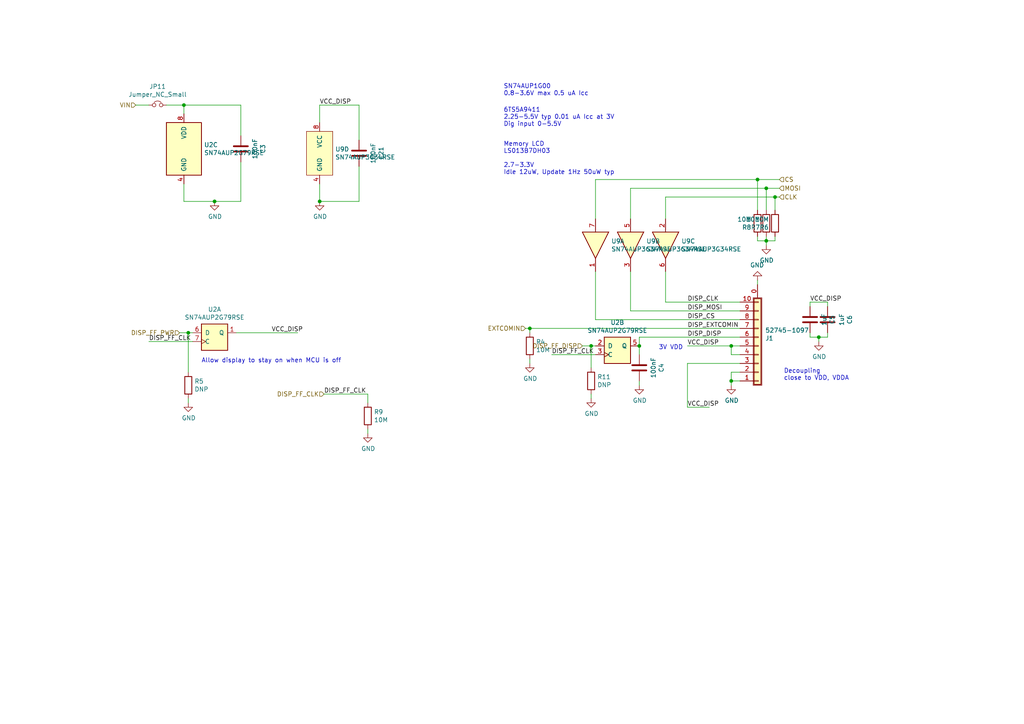
<source format=kicad_sch>
(kicad_sch (version 20211123) (generator eeschema)
  (paper "A4")
  (title_block (title "Display") (date "2021-07-12") (rev "2.0") (company "TU Delft"))
  (lib_symbols
    (symbol "Device:C" (pin_numbers hide) (pin_names (offset 0.254))
      (property "Reference" "C" (at 0.635 2.54 0))
      (property "Value" "C" (at 0.635 -2.54 0))
      (symbol "C_0_1"
        (polyline (pts (xy -2.032 -0.762) (xy 2.032 -0.762)) (stroke (width 0.508)))
        (polyline (pts (xy -2.032 0.762) (xy 2.032 0.762)) (stroke (width 0.508)))
      )
      (symbol "C_1_1"
        (pin passive line (at 0 3.81 270) (length 2.794) (name "~") (number "1"))
        (pin passive line (at 0 -3.81 90) (length 2.794) (name "~") (number "2"))
      )
    )
    (symbol "Device:R" (pin_numbers hide) (pin_names (offset 0))
      (property "Reference" "R" (at 2.032 0 90))
      (property "Value" "R" (at 0 0 90))
      (symbol "R_0_1"
        (rectangle (start -1.016 -2.54) (end 1.016 2.54) (stroke (width 0.254)))
      )
      (symbol "R_1_1"
        (pin passive line (at 0 3.81 270) (length 1.27) (name "~") (number "1"))
        (pin passive line (at 0 -3.81 90) (length 1.27) (name "~") (number "2"))
      )
    )
    (symbol "int-bluetooth-rescue:Jumper_NC_Small-Device" (pin_numbers hide) (pin_names (offset 0.762) hide)
      (property "Reference" "JP" (at 0 2.032 0))
      (property "Value" "Jumper_NC_Small-Device" (at 0.254 -1.524 0))
      (symbol "Jumper_NC_Small-Device_0_1"
        (circle (center -1.016 0) (radius 0.508))
        (circle (center 1.016 0) (radius 0.508))
        (arc (start 1.016 0.762) (mid 0 1.1828) (end -1.016 0.762))
        (pin passive line (at -2.54 0 0) (length 1.016) (name "1") (number "1"))
        (pin passive line (at 2.54 0 180) (length 1.016) (name "2") (number "2"))
      )
    )
    (symbol "jaspers_lib:52745-1097" (pin_names (offset 1.016) hide)
      (property "Reference" "J" (at 0.254 12.446 0))
      (property "Value" "52745-1097" (at 1.016 -14.986 0))
      (symbol "52745-1097_1_1"
        (rectangle (start -1.27 11.43) (end 1.27 -13.97) (stroke (width 0.1524)))
        (rectangle (start -1.016 -12.573) (end 0.254 -12.827) (stroke (width 0.1524)))
        (rectangle (start -1.016 -10.033) (end 0.254 -10.287) (stroke (width 0.1524)))
        (rectangle (start -1.016 -7.493) (end 0.254 -7.747) (stroke (width 0.1524)))
        (rectangle (start -1.016 -4.953) (end 0.254 -5.207) (stroke (width 0.1524)))
        (rectangle (start -1.016 -2.413) (end 0.254 -2.667) (stroke (width 0.1524)))
        (rectangle (start -1.016 0.127) (end 0.254 -0.127) (stroke (width 0.1524)))
        (rectangle (start -1.016 2.667) (end 0.254 2.413) (stroke (width 0.1524)))
        (rectangle (start -1.016 5.207) (end 0.254 4.953) (stroke (width 0.1524)))
        (rectangle (start -1.016 7.747) (end 0.254 7.493) (stroke (width 0.1524)))
        (rectangle (start -1.016 10.287) (end 0.254 10.033) (stroke (width 0.1524)))
        (rectangle (start -1.016 11.176) (end 1.016 -13.716) (stroke (width 0.254)) (fill (type background)))
        (pin passive line (at 0 -17.78 90) (length 3.81) (name "Shield") (number "0"))
        (pin passive line (at -5.08 10.16 0) (length 4.064) (name "Pin_1") (number "1"))
        (pin passive line (at -5.08 -12.7 0) (length 4.064) (name "Pin_10") (number "10"))
        (pin passive line (at -5.08 7.62 0) (length 4.064) (name "Pin_2") (number "2"))
        (pin passive line (at -5.08 5.08 0) (length 4.064) (name "Pin_3") (number "3"))
        (pin passive line (at -5.08 2.54 0) (length 4.064) (name "Pin_4") (number "4"))
        (pin passive line (at -5.08 0 0) (length 4.064) (name "Pin_5") (number "5"))
        (pin passive line (at -5.08 -2.54 0) (length 4.064) (name "Pin_6") (number "6"))
        (pin passive line (at -5.08 -5.08 0) (length 4.064) (name "Pin_7") (number "7"))
        (pin passive line (at -5.08 -7.62 0) (length 4.064) (name "Pin_8") (number "8"))
        (pin passive line (at -5.08 -10.16 0) (length 4.064) (name "Pin_9") (number "9"))
      )
    )
    (symbol "jaspers_lib:SN74AUP2G79RSE" (pin_names (offset 1.016))
      (property "Reference" "U" (at -7.62 8.89 0))
      (property "Value" "SN74AUP2G79RSE" (at -11.43 -8.89 0))
      (symbol "SN74AUP2G79RSE_1_1"
        (rectangle (start -3.81 5.08) (end 3.81 -2.54) (stroke (width 0.254)) (fill (type background)))
        (pin output line (at 6.35 2.54 180) (length 2.54) (name "Q") (number "1"))
        (pin input line (at -6.35 2.54 0) (length 2.54) (name "D") (number "6"))
        (pin input clock (at -6.35 0 0) (length 2.54) (name "C") (number "7"))
      )
      (symbol "SN74AUP2G79RSE_2_1"
        (rectangle (start -3.81 5.08) (end 3.81 -2.54) (stroke (width 0.254)) (fill (type background)))
        (pin input line (at -6.35 2.54 0) (length 2.54) (name "D") (number "2"))
        (pin input clock (at -6.35 0 0) (length 2.54) (name "C") (number "3"))
        (pin output line (at 6.35 2.54 180) (length 2.54) (name "Q") (number "5"))
      )
      (symbol "SN74AUP2G79RSE_3_0"
        (pin power_in line (at 0 -10.16 90) (length 2.54) (name "GND") (number "4"))
        (pin power_in line (at 0 10.16 270) (length 2.54) (name "VDD") (number "8"))
      )
      (symbol "SN74AUP2G79RSE_3_1"
        (rectangle (start -5.08 7.62) (end 5.08 -7.62) (stroke (width 0.254)) (fill (type background)))
      )
    )
    (symbol "jaspers_lib:SN74AUP3G34RSE" (pin_names (offset 1.016))
      (property "Reference" "U" (at -6.35 7.62 0))
      (property "Value" "SN74AUP3G34RSE" (at 11.43 -7.62 0))
      (symbol "SN74AUP3G34RSE_1_0"
        (polyline (pts (xy -3.81 3.81) (xy -3.81 -3.81) (xy 3.81 0) (xy -3.81 3.81)) (stroke (width 0.254)) (fill (type background)))
        (pin output line (at 7.62 0 180) (length 3.81) (name "~") (number "1"))
        (pin input line (at -7.62 0 0) (length 3.81) (name "~") (number "7"))
      )
      (symbol "SN74AUP3G34RSE_2_0"
        (polyline (pts (xy -3.81 3.81) (xy -3.81 -3.81) (xy 3.81 0) (xy -3.81 3.81)) (stroke (width 0.254)) (fill (type background)))
        (pin output line (at 7.62 0 180) (length 3.81) (name "~") (number "3"))
        (pin input line (at -7.62 0 0) (length 3.81) (name "~") (number "5"))
      )
      (symbol "SN74AUP3G34RSE_3_1"
        (polyline (pts (xy -3.81 3.81) (xy -3.81 -3.81) (xy 3.81 0) (xy -3.81 3.81)) (stroke (width 0.254)) (fill (type background)))
        (pin input line (at -7.62 0 0) (length 3.81) (name "~") (number "2"))
        (pin output line (at 7.62 0 180) (length 3.81) (name "~") (number "6"))
      )
      (symbol "SN74AUP3G34RSE_4_1"
        (rectangle (start -3.81 6.35) (end 3.81 -6.35) (fill (type background)))
        (pin power_in line (at 0 -8.89 90) (length 2.54) (name "GND") (number "4"))
        (pin power_in line (at 0 8.89 270) (length 2.54) (name "VCC") (number "8"))
      )
    )
    (symbol "power:GND" (power) (pin_names (offset 0))
      (property "Value" "GND" (at 0 -3.81 0))
      (symbol "GND_0_1"
        (polyline (pts (xy 0 0) (xy 0 -1.27) (xy 1.27 -1.27) (xy 0 -2.54) (xy -1.27 -1.27) (xy 0 -1.27)))
      )
      (symbol "GND_1_1"
        (pin power_in line (at 0 0 270) (length 0) hide (name "GND") (number "1"))
      )
    )
  )
  (junction (at 237.49 97.79))
  (junction (at 171.45 100.33))
  (junction (at 212.09 100.33))
  (junction (at 153.67 95.25))
  (junction (at 219.71 52.07))
  (junction (at 224.79 57.15))
  (junction (at 62.23 58.42))
  (junction (at 92.71 58.42))
  (junction (at 185.42 100.33))
  (junction (at 222.25 69.85))
  (junction (at 222.25 54.61))
  (junction (at 53.34 30.48))
  (junction (at 212.09 110.49))
  (junction (at 54.61 96.52))
  (wire (pts (xy 240.03 97.79) (xy 237.49 97.79)))
  (wire (pts (xy 92.71 35.56) (xy 92.71 30.48)))
  (wire (pts (xy 222.25 68.58) (xy 222.25 69.85)))
  (wire (pts (xy 53.34 53.34) (xy 53.34 58.42)))
  (wire (pts (xy 153.67 96.52) (xy 153.67 95.25)))
  (wire (pts (xy 153.67 95.25) (xy 214.63 95.25)))
  (wire (pts (xy 185.42 97.79) (xy 214.63 97.79)))
  (wire (pts (xy 214.63 107.95) (xy 212.09 107.95)))
  (wire (pts (xy 106.68 114.3) (xy 93.98 114.3)))
  (wire (pts (xy 171.45 100.33) (xy 172.72 100.33)))
  (wire (pts (xy 214.63 105.41) (xy 199.39 105.41)))
  (wire (pts (xy 199.39 105.41) (xy 199.39 118.11)))
  (wire (pts (xy 193.04 57.15) (xy 224.79 57.15)))
  (wire (pts (xy 193.04 87.63) (xy 214.63 87.63)))
  (wire (pts (xy 92.71 53.34) (xy 92.71 58.42)))
  (wire (pts (xy 168.91 100.33) (xy 171.45 100.33)))
  (wire (pts (xy 224.79 60.96) (xy 224.79 57.15)))
  (wire (pts (xy 199.39 100.33) (xy 212.09 100.33)))
  (wire (pts (xy 237.49 97.79) (xy 234.95 97.79)))
  (wire (pts (xy 224.79 69.85) (xy 224.79 68.58)))
  (wire (pts (xy 222.25 54.61) (xy 226.06 54.61)))
  (wire (pts (xy 92.71 30.48) (xy 104.14 30.48)))
  (wire (pts (xy 185.42 97.79) (xy 185.42 100.33)))
  (wire (pts (xy 234.95 97.79) (xy 234.95 96.52)))
  (wire (pts (xy 172.72 52.07) (xy 219.71 52.07)))
  (wire (pts (xy 199.39 118.11) (xy 205.74 118.11)))
  (wire (pts (xy 219.71 68.58) (xy 219.71 69.85)))
  (wire (pts (xy 182.88 90.17) (xy 214.63 90.17)))
  (wire (pts (xy 172.72 78.74) (xy 172.72 92.71)))
  (wire (pts (xy 69.85 46.99) (xy 69.85 58.42)))
  (wire (pts (xy 212.09 111.76) (xy 212.09 110.49)))
  (wire (pts (xy 185.42 110.49) (xy 185.42 111.76)))
  (wire (pts (xy 182.88 90.17) (xy 182.88 78.74)))
  (wire (pts (xy 222.25 69.85) (xy 224.79 69.85)))
  (wire (pts (xy 224.79 57.15) (xy 226.06 57.15)))
  (wire (pts (xy 52.07 96.52) (xy 54.61 96.52)))
  (wire (pts (xy 240.03 87.63) (xy 240.03 88.9)))
  (wire (pts (xy 234.95 88.9) (xy 234.95 87.63)))
  (wire (pts (xy 212.09 100.33) (xy 214.63 100.33)))
  (wire (pts (xy 237.49 99.06) (xy 237.49 97.79)))
  (wire (pts (xy 39.37 30.48) (xy 43.18 30.48)))
  (wire (pts (xy 104.14 58.42) (xy 92.71 58.42)))
  (wire (pts (xy 193.04 57.15) (xy 193.04 63.5)))
  (wire (pts (xy 240.03 96.52) (xy 240.03 97.79)))
  (wire (pts (xy 153.67 105.41) (xy 153.67 104.14)))
  (wire (pts (xy 182.88 54.61) (xy 222.25 54.61)))
  (wire (pts (xy 53.34 58.42) (xy 62.23 58.42)))
  (wire (pts (xy 219.71 81.28) (xy 219.71 82.55)))
  (wire (pts (xy 172.72 52.07) (xy 172.72 63.5)))
  (wire (pts (xy 172.72 92.71) (xy 214.63 92.71)))
  (wire (pts (xy 212.09 107.95) (xy 212.09 110.49)))
  (wire (pts (xy 152.4 95.25) (xy 153.67 95.25)))
  (wire (pts (xy 172.72 102.87) (xy 160.02 102.87)))
  (wire (pts (xy 182.88 54.61) (xy 182.88 63.5)))
  (wire (pts (xy 54.61 107.95) (xy 54.61 96.52)))
  (wire (pts (xy 219.71 52.07) (xy 226.06 52.07)))
  (wire (pts (xy 219.71 60.96) (xy 219.71 52.07)))
  (wire (pts (xy 222.25 71.12) (xy 222.25 69.85)))
  (wire (pts (xy 212.09 110.49) (xy 214.63 110.49)))
  (wire (pts (xy 214.63 102.87) (xy 212.09 102.87)))
  (wire (pts (xy 104.14 30.48) (xy 104.14 40.64)))
  (wire (pts (xy 53.34 30.48) (xy 69.85 30.48)))
  (wire (pts (xy 106.68 116.84) (xy 106.68 114.3)))
  (wire (pts (xy 222.25 60.96) (xy 222.25 54.61)))
  (wire (pts (xy 55.88 99.06) (xy 43.18 99.06)))
  (wire (pts (xy 62.23 58.42) (xy 69.85 58.42)))
  (wire (pts (xy 185.42 100.33) (xy 185.42 102.87)))
  (wire (pts (xy 171.45 115.57) (xy 171.45 114.3)))
  (wire (pts (xy 48.26 30.48) (xy 53.34 30.48)))
  (wire (pts (xy 171.45 100.33) (xy 171.45 106.68)))
  (wire (pts (xy 212.09 102.87) (xy 212.09 100.33)))
  (wire (pts (xy 219.71 69.85) (xy 222.25 69.85)))
  (wire (pts (xy 193.04 78.74) (xy 193.04 87.63)))
  (wire (pts (xy 106.68 125.73) (xy 106.68 124.46)))
  (wire (pts (xy 54.61 96.52) (xy 55.88 96.52)))
  (wire (pts (xy 104.14 48.26) (xy 104.14 58.42)))
  (wire (pts (xy 54.61 116.84) (xy 54.61 115.57)))
  (wire (pts (xy 69.85 30.48) (xy 69.85 39.37)))
  (wire (pts (xy 68.58 96.52) (xy 86.36 96.52)))
  (wire (pts (xy 234.95 87.63) (xy 240.03 87.63)))
  (wire (pts (xy 53.34 30.48) (xy 53.34 33.02)))
  (text "Memory LCD\nLS013B7DH03\n\n2.7-3.3V\nIdle 12uW, Update 1Hz 50uW typ" (at 146.05 50.8 0) (effects (font (size 1.27 1.27)) (justify left bottom)))
  (text "SN74AUP1G00\n0.8-3.6V max 0.5 uA Icc" (at 146.05 27.94 0) (effects (font (size 1.27 1.27)) (justify left bottom)))
  (text "Allow display to stay on when MCU is off" (at 58.42 105.41 0) (effects (font (size 1.27 1.27)) (justify left bottom)))
  (text "Decoupling \nclose to VDD, VDDA" (at 227.33 110.49 0) (effects (font (size 1.27 1.27)) (justify left bottom)))
  (text "3V VDD" (at 198.12 101.6 180) (effects (font (size 1.27 1.27)) (justify right bottom)))
  (text "6TS5A9411\n2.25-5.5V typ 0.01 uA Icc at 3V\nDig input 0-5.5V" (at 146.05 36.83 0) (effects (font (size 1.27 1.27)) (justify left bottom)))
  (label "DISP_CLK" (at 199.39 87.63 0))
  (label "DISP_FF_CLK" (at 160.02 102.87 0))
  (label "DISP_CS" (at 199.39 92.71 0))
  (label "VCC_DISP" (at 234.95 87.63 0))
  (label "DISP_FF_CLK" (at 43.18 99.06 0))
  (label "VCC_DISP" (at 92.71 30.48 0))
  (label "DISP_EXTCOMIN" (at 199.39 95.25 0))
  (label "DISP_FF_CLK" (at 93.98 114.3 0))
  (label "DISP_DISP" (at 199.39 97.79 0))
  (label "VCC_DISP" (at 199.39 118.11 0))
  (label "DISP_MOSI" (at 199.39 90.17 0))
  (label "VCC_DISP" (at 199.39 100.33 0))
  (label "VCC_DISP" (at 78.74 96.52 0))
  (hierarchical_label "EXTCOMIN" (shape input) (at 152.4 95.25 180))
  (hierarchical_label "CS" (shape input) (at 226.06 52.07 0))
  (hierarchical_label "MOSI" (shape input) (at 226.06 54.61 0))
  (hierarchical_label "DISP_FF_DISP" (shape input) (at 168.91 100.33 180))
  (hierarchical_label "DISP_FF_CLK" (shape input) (at 93.98 114.3 180))
  (hierarchical_label "DISP_FF_PWR" (shape input) (at 52.07 96.52 180))
  (hierarchical_label "VIN" (shape input) (at 39.37 30.48 180))
  (hierarchical_label "CLK" (shape input) (at 226.06 57.15 0))
  (symbol (lib_id "power:GND") (at 212.09 111.76 0) (unit 1)
    (property "Reference" "#PWR016" (effects hide))
    (property "Value" "GND" (at 212.217 116.1542 0))
  )
  (symbol (lib_id "Device:C") (at 185.42 106.68 0) (unit 1)
    (property "Reference" "C4" (at 191.8208 106.68 90))
    (property "Value" "100nF" (at 189.5094 106.68 90))
    (property "Footprint" "Capacitor_SMD:C_0402_1005Metric" (effects hide))
    (property "MPN" "GRM155R71C104KA88J" (effects hide))
  )
  (symbol (lib_id "Device:C") (at 234.95 92.71 0) (unit 1)
    (property "Reference" "C5" (at 241.3508 92.71 90))
    (property "Value" "1uF" (at 239.0394 92.71 90))
    (property "Footprint" "Capacitor_SMD:C_0402_1005Metric" (effects hide))
    (property "MPN" "0402ZD105KAT2A" (effects hide))
  )
  (symbol (lib_id "Device:C") (at 240.03 92.71 0) (unit 1)
    (property "Reference" "C6" (at 246.4308 92.71 90))
    (property "Value" "1uF" (at 244.1194 92.71 90))
    (property "Footprint" "Capacitor_SMD:C_0402_1005Metric" (effects hide))
    (property "MPN" "0402ZD105KAT2A" (effects hide))
  )
  (symbol (lib_id "power:GND") (at 185.42 111.76 0) (unit 1)
    (property "Reference" "#PWR014" (effects hide))
    (property "Value" "GND" (at 185.547 116.1542 0))
  )
  (symbol (lib_id "power:GND") (at 237.49 99.06 0) (unit 1)
    (property "Reference" "#PWR018" (effects hide))
    (property "Value" "GND" (at 237.617 103.4542 0))
  )
  (symbol (lib_id "jaspers_lib:52745-1097") (at 219.71 100.33 0) (mirror x) (unit 1)
    (property "Reference" "J1" (at 221.9452 98.1202 0) (effects (justify left)))
    (property "Value" "52745-1097" (at 221.9452 95.8088 0) (effects (justify left)))
    (property "Footprint" "jaspers_footprints:FPC_10_TOP" (effects hide))
    (property "MPN" "52745-1097" (effects hide))
  )
  (symbol (lib_id "power:GND") (at 219.71 81.28 180) (unit 1)
    (property "Reference" "#PWR017" (effects hide))
    (property "Value" "GND" (at 219.583 76.8858 0))
  )
  (symbol (lib_id "power:GND") (at 153.67 105.41 0) (unit 1)
    (property "Reference" "#PWR013" (effects hide))
    (property "Value" "GND" (at 153.797 109.8042 0))
  )
  (symbol (lib_id "Device:R") (at 224.79 64.77 180) (unit 1)
    (property "Reference" "R6" (at 223.012 65.9384 0) (effects (justify left)))
    (property "Value" "10M" (at 223.012 63.627 0) (effects (justify left)))
    (property "Footprint" "Resistor_SMD:R_0402_1005Metric" (effects hide))
    (property "MPN" "RC0402FR-0710ML" (effects hide))
  )
  (symbol (lib_id "Device:R") (at 222.25 64.77 180) (unit 1)
    (property "Reference" "R7" (at 220.472 65.9384 0) (effects (justify left)))
    (property "Value" "10M" (at 220.472 63.627 0) (effects (justify left)))
    (property "Footprint" "Resistor_SMD:R_0402_1005Metric" (effects hide))
    (property "MPN" "RC0402FR-0710ML" (effects hide))
  )
  (symbol (lib_id "Device:R") (at 219.71 64.77 180) (unit 1)
    (property "Reference" "R8" (at 217.932 65.9384 0) (effects (justify left)))
    (property "Value" "10M" (at 217.932 63.627 0) (effects (justify left)))
    (property "Footprint" "Resistor_SMD:R_0402_1005Metric" (effects hide))
    (property "MPN" "RC0402FR-0710ML" (effects hide))
  )
  (symbol (lib_id "Device:R") (at 153.67 100.33 0) (unit 1)
    (property "Reference" "R4" (at 155.448 99.1616 0) (effects (justify left)))
    (property "Value" "10M" (at 155.448 101.473 0) (effects (justify left)))
    (property "Footprint" "Resistor_SMD:R_0402_1005Metric" (effects hide))
    (property "MPN" "RC0402FR-0710ML" (effects hide))
  )
  (symbol (lib_id "power:GND") (at 222.25 71.12 0) (unit 1)
    (property "Reference" "#PWR015" (effects hide))
    (property "Value" "GND" (at 222.377 75.5142 0))
  )
  (symbol (lib_id "power:GND") (at 62.23 58.42 0) (unit 1)
    (property "Reference" "#PWR010" (effects hide))
    (property "Value" "GND" (at 62.357 62.8142 0))
  )
  (symbol (lib_id "Device:C") (at 69.85 43.18 0) (unit 1)
    (property "Reference" "C3" (at 76.2508 43.18 90))
    (property "Value" "100nF" (at 73.9394 43.18 90))
    (property "Footprint" "Capacitor_SMD:C_0402_1005Metric" (effects hide))
    (property "MPN" "GRM155R71C104KA88J" (effects hide))
  )
  (symbol (lib_id "int-bluetooth-rescue:Jumper_NC_Small-Device") (at 45.72 30.48 0) (unit 1)
    (property "Reference" "JP11" (at 45.72 25.0952 0))
    (property "Value" "Jumper_NC_Small" (at 45.72 27.4066 0))
    (property "Footprint" "jaspers_footprints:SolderJumper-small-nc" (effects hide))
    (property "MPN" "-" (effects hide))
  )
  (symbol (lib_id "power:GND") (at 106.68 125.73 0) (unit 1)
    (property "Reference" "#PWR022" (effects hide))
    (property "Value" "GND" (at 106.807 130.1242 0))
  )
  (symbol (lib_id "Device:R") (at 106.68 120.65 0) (unit 1)
    (property "Reference" "R9" (at 108.458 119.4816 0) (effects (justify left)))
    (property "Value" "10M" (at 108.458 121.793 0) (effects (justify left)))
    (property "Footprint" "Resistor_SMD:R_0402_1005Metric" (effects hide))
    (property "MPN" "RC0402FR-0710ML" (effects hide))
  )
  (symbol (lib_id "power:GND") (at 171.45 115.57 0) (unit 1)
    (property "Reference" "#PWR027" (effects hide))
    (property "Value" "GND" (at 171.577 119.9642 0))
  )
  (symbol (lib_id "Device:R") (at 171.45 110.49 0) (unit 1)
    (property "Reference" "R11" (at 173.228 109.3216 0) (effects (justify left)))
    (property "Value" "DNP" (at 173.228 111.633 0) (effects (justify left)))
    (property "Footprint" "Resistor_SMD:R_0402_1005Metric" (effects hide))
    (property "MPN" "-" (effects hide))
  )
  (symbol (lib_id "power:GND") (at 54.61 116.84 0) (unit 1)
    (property "Reference" "#PWR021" (effects hide))
    (property "Value" "GND" (at 54.737 121.2342 0))
  )
  (symbol (lib_id "Device:R") (at 54.61 111.76 0) (unit 1)
    (property "Reference" "R5" (at 56.388 110.5916 0) (effects (justify left)))
    (property "Value" "DNP" (at 56.388 112.903 0) (effects (justify left)))
    (property "Footprint" "Resistor_SMD:R_0402_1005Metric" (effects hide))
    (property "MPN" "-" (effects hide))
  )
  (symbol (lib_id "jaspers_lib:SN74AUP3G34RSE") (at 92.71 44.45 0) (unit 4)
    (property "Reference" "U9" (at 97.2312 43.2816 0) (effects (justify left)))
    (property "Value" "SN74AUP3G34RSE" (at 97.2312 45.593 0) (effects (justify left)))
    (property "Footprint" "jaspers_footprints:Texas_RSE_8_UQFN" (effects hide))
    (property "Datasheet" "https://www.ti.com/lit/ds/symlink/sn74aup3g34.pdf" (effects hide))
    (property "MPN" "SN74AUP3G34RSE" (effects hide))
  )
  (symbol (lib_id "jaspers_lib:SN74AUP3G34RSE") (at 193.04 71.12 270) (unit 3)
    (property "Reference" "U9" (at 197.612 69.9516 90) (effects (justify left)))
    (property "Value" "SN74AUP3G34RSE" (at 197.612 72.263 90) (effects (justify left)))
    (property "Footprint" "jaspers_footprints:Texas_RSE_8_UQFN" (effects hide))
    (property "Datasheet" "https://www.ti.com/lit/ds/symlink/sn74aup3g34.pdf" (effects hide))
    (property "MPN" "SN74AUP3G34RSE" (effects hide))
  )
  (symbol (lib_id "jaspers_lib:SN74AUP3G34RSE") (at 182.88 71.12 270) (unit 2)
    (property "Reference" "U9" (at 187.452 69.9516 90) (effects (justify left)))
    (property "Value" "SN74AUP3G34RSE" (at 187.452 72.263 90) (effects (justify left)))
    (property "Footprint" "jaspers_footprints:Texas_RSE_8_UQFN" (effects hide))
    (property "Datasheet" "https://www.ti.com/lit/ds/symlink/sn74aup3g34.pdf" (effects hide))
    (property "MPN" "SN74AUP3G34RSE" (effects hide))
  )
  (symbol (lib_id "jaspers_lib:SN74AUP3G34RSE") (at 172.72 71.12 270) (unit 1)
    (property "Reference" "U9" (at 177.292 69.9516 90) (effects (justify left)))
    (property "Value" "SN74AUP3G34RSE" (at 177.292 72.263 90) (effects (justify left)))
    (property "Footprint" "jaspers_footprints:Texas_RSE_8_UQFN" (effects hide))
    (property "Datasheet" "https://www.ti.com/lit/ds/symlink/sn74aup3g34.pdf" (effects hide))
    (property "MPN" "SN74AUP3G34RSE" (effects hide))
  )
  (symbol (lib_id "Device:C") (at 104.14 44.45 0) (unit 1)
    (property "Reference" "C21" (at 110.5408 44.45 90))
    (property "Value" "100nF" (at 108.2294 44.45 90))
    (property "Footprint" "Capacitor_SMD:C_0402_1005Metric" (effects hide))
    (property "MPN" "GRM155R71C104KA88J" (effects hide))
  )
  (symbol (lib_id "jaspers_lib:SN74AUP2G79RSE") (at 62.23 99.06 0) (unit 1)
    (property "Reference" "U2" (at 62.23 89.7382 0))
    (property "Value" "SN74AUP2G79RSE" (at 62.23 92.0496 0))
    (property "Footprint" "jaspers_footprints:Texas_RSE_8_UQFN" (effects hide))
    (property "Datasheet" "http://www.ti.com/lit/ds/symlink/sn74aup2g79.pdf" (effects hide))
    (property "MPN" "SN74AUP2G79RSE" (effects hide))
  )
  (symbol (lib_id "jaspers_lib:SN74AUP2G79RSE") (at 179.07 102.87 0) (unit 2)
    (property "Reference" "U2" (at 179.07 93.5482 0))
    (property "Value" "SN74AUP2G79RSE" (at 179.07 95.8596 0))
    (property "Footprint" "jaspers_footprints:Texas_RSE_8_UQFN" (effects hide))
    (property "Datasheet" "http://www.ti.com/lit/ds/symlink/sn74aup2g79.pdf" (effects hide))
    (property "MPN" "SN74AUP2G79RSE" (effects hide))
  )
  (symbol (lib_id "jaspers_lib:SN74AUP2G79RSE") (at 53.34 43.18 0) (unit 3)
    (property "Reference" "U2" (at 59.182 42.0116 0) (effects (justify left)))
    (property "Value" "SN74AUP2G79RSE" (at 59.182 44.323 0) (effects (justify left)))
    (property "Footprint" "jaspers_footprints:Texas_RSE_8_UQFN" (effects hide))
    (property "Datasheet" "http://www.ti.com/lit/ds/symlink/sn74aup2g79.pdf" (effects hide))
    (property "MPN" "SN74AUP2G79RSE" (effects hide))
  )
  (symbol (lib_id "power:GND") (at 92.71 58.42 0) (unit 1)
    (property "Reference" "#PWR0119" (effects hide))
    (property "Value" "GND" (at 92.837 62.8142 0))
  )
)
</source>
